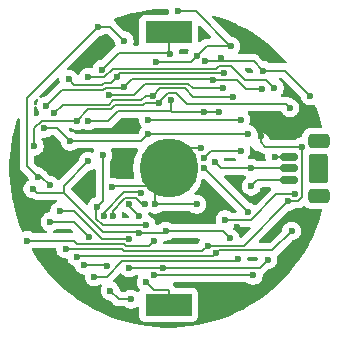
<source format=gbr>
%TF.GenerationSoftware,KiCad,Pcbnew,9.0.0*%
%TF.CreationDate,2025-05-02T12:59:00-05:00*%
%TF.ProjectId,ioWatch,696f5761-7463-4682-9e6b-696361645f70,rev?*%
%TF.SameCoordinates,Original*%
%TF.FileFunction,Copper,L2,Bot*%
%TF.FilePolarity,Positive*%
%FSLAX46Y46*%
G04 Gerber Fmt 4.6, Leading zero omitted, Abs format (unit mm)*
G04 Created by KiCad (PCBNEW 9.0.0) date 2025-05-02 12:59:00*
%MOMM*%
%LPD*%
G01*
G04 APERTURE LIST*
G04 Aperture macros list*
%AMRoundRect*
0 Rectangle with rounded corners*
0 $1 Rounding radius*
0 $2 $3 $4 $5 $6 $7 $8 $9 X,Y pos of 4 corners*
0 Add a 4 corners polygon primitive as box body*
4,1,4,$2,$3,$4,$5,$6,$7,$8,$9,$2,$3,0*
0 Add four circle primitives for the rounded corners*
1,1,$1+$1,$2,$3*
1,1,$1+$1,$4,$5*
1,1,$1+$1,$6,$7*
1,1,$1+$1,$8,$9*
0 Add four rect primitives between the rounded corners*
20,1,$1+$1,$2,$3,$4,$5,0*
20,1,$1+$1,$4,$5,$6,$7,0*
20,1,$1+$1,$6,$7,$8,$9,0*
20,1,$1+$1,$8,$9,$2,$3,0*%
G04 Aperture macros list end*
%TA.AperFunction,SMDPad,CuDef*%
%ADD10R,4.000000X1.895000*%
%TD*%
%TA.AperFunction,SMDPad,CuDef*%
%ADD11C,5.000000*%
%TD*%
%TA.AperFunction,SMDPad,CuDef*%
%ADD12RoundRect,0.150000X0.625000X-0.150000X0.625000X0.150000X-0.625000X0.150000X-0.625000X-0.150000X0*%
%TD*%
%TA.AperFunction,SMDPad,CuDef*%
%ADD13RoundRect,0.250000X0.650000X-0.350000X0.650000X0.350000X-0.650000X0.350000X-0.650000X-0.350000X0*%
%TD*%
%TA.AperFunction,ViaPad*%
%ADD14C,0.600000*%
%TD*%
%TA.AperFunction,Conductor*%
%ADD15C,0.200000*%
%TD*%
G04 APERTURE END LIST*
D10*
%TO.P,BT1,1,+*%
%TO.N,+3.3V*%
X100000000Y-88447500D03*
X100000000Y-111552500D03*
D11*
%TO.P,BT1,2,-*%
%TO.N,GND*%
X100000000Y-100000000D03*
%TD*%
D12*
%TO.P,J1,1,Pin_1*%
%TO.N,/SWCLK*%
X110175000Y-101000000D03*
%TO.P,J1,2,Pin_2*%
%TO.N,GND*%
X110175000Y-100000000D03*
%TO.P,J1,3,Pin_3*%
%TO.N,/SWDIO*%
X110175000Y-99000000D03*
D13*
%TO.P,J1,MP*%
%TO.N,N/C*%
X112700000Y-102300000D03*
X112700000Y-97700000D03*
%TD*%
D14*
%TO.N,GND*%
X102750000Y-98250000D03*
X103892300Y-99454100D03*
X103000000Y-95250000D03*
X107000000Y-100000000D03*
X98870300Y-103029900D03*
X95212500Y-101603000D03*
X102380200Y-103029900D03*
X93207000Y-95980100D03*
X100225000Y-94250000D03*
X104240400Y-95250000D03*
%TO.N,+3.3V*%
X94419200Y-98883800D03*
X93946700Y-103250000D03*
X94350100Y-91628200D03*
X98102700Y-104802200D03*
X100102200Y-90309500D03*
X98102700Y-109624000D03*
%TO.N,Net-(U2-PB7)*%
X106097500Y-95867700D03*
X98286500Y-95867700D03*
X106097500Y-98528000D03*
X103001700Y-99152300D03*
%TO.N,/N2*%
X106705700Y-97110500D03*
X92229900Y-107504200D03*
X110410900Y-105299300D03*
X111971100Y-93869500D03*
X98276300Y-97110500D03*
X108005900Y-91719000D03*
X103981800Y-107200200D03*
X103111100Y-90901600D03*
X89476500Y-96610400D03*
X104471000Y-90658300D03*
X91657500Y-97708200D03*
%TO.N,/N1*%
X105249400Y-89639700D03*
X92272800Y-95952500D03*
X102389500Y-90454700D03*
X110278900Y-94877800D03*
X98920500Y-90951100D03*
X104779000Y-104352000D03*
X100792800Y-86702200D03*
X88627200Y-98116900D03*
X105847200Y-107700300D03*
X110704800Y-102193100D03*
X93702800Y-109166100D03*
X99155800Y-94475300D03*
%TO.N,/SWDIO*%
X109000000Y-99000000D03*
%TO.N,Net-(U2-PB6)*%
X105750000Y-105000000D03*
X103035800Y-99997000D03*
X106750000Y-103711200D03*
%TO.N,/N3*%
X110136400Y-102794800D03*
X107919100Y-93289700D03*
X111264400Y-98166500D03*
X91290500Y-106827100D03*
X103319100Y-106530100D03*
X107792600Y-97250000D03*
X89642100Y-94694100D03*
X103764100Y-92557100D03*
X96189200Y-93110100D03*
%TO.N,/N4*%
X91555900Y-92457200D03*
X90791400Y-103624700D03*
X95629100Y-92228200D03*
X104699300Y-91955300D03*
X96653100Y-108427100D03*
X96653100Y-105982900D03*
X99483300Y-108427100D03*
X108380900Y-107746700D03*
%TO.N,/SWCLK*%
X107000000Y-101500000D03*
%TO.N,/N5*%
X98758500Y-109059000D03*
X107158900Y-109059000D03*
X93191200Y-92298700D03*
X88029100Y-106106900D03*
X108948500Y-93206900D03*
X98758500Y-106130000D03*
%TO.N,/N6*%
X96809300Y-111070800D03*
X105211000Y-105929100D03*
X97500600Y-105429700D03*
X99741500Y-105325600D03*
X88508400Y-101730300D03*
X93175300Y-99394200D03*
X95046200Y-110352800D03*
%TO.N,/INT1*%
X97672500Y-102110000D03*
X94500000Y-104000000D03*
%TO.N,/INT2*%
X98000000Y-103000000D03*
X95250000Y-104000000D03*
%TO.N,/NSS*%
X97500000Y-104000000D03*
X96650000Y-103048000D03*
%TO.N,/N7*%
X96235900Y-89200400D03*
X93264900Y-105823700D03*
X88930000Y-100717000D03*
X89956100Y-104528200D03*
X94029200Y-88020200D03*
X89956100Y-101440800D03*
%TO.N,/N8*%
X105467600Y-93944900D03*
X90334600Y-95318200D03*
X94785000Y-108249500D03*
X98660900Y-93834600D03*
X92841100Y-108181600D03*
%TO.N,/N9*%
X104634400Y-93231400D03*
X94922400Y-93756000D03*
%TD*%
D15*
%TO.N,GND*%
X100322100Y-95250000D02*
X100225000Y-95152900D01*
X103892300Y-99454100D02*
X104438200Y-100000000D01*
X93207000Y-95980100D02*
X94885700Y-95980100D01*
X95312700Y-101502800D02*
X95212500Y-101603000D01*
X98870300Y-101502800D02*
X95312700Y-101502800D01*
X98870300Y-103029900D02*
X102380200Y-103029900D01*
X104438200Y-100000000D02*
X107000000Y-100000000D01*
X94885700Y-95980100D02*
X95712900Y-95152900D01*
X104240400Y-95250000D02*
X103000000Y-95250000D01*
X100225000Y-95152900D02*
X100225000Y-94250000D01*
X103000000Y-95250000D02*
X100322100Y-95250000D01*
X98870300Y-101502800D02*
X98870300Y-101129700D01*
X101750000Y-98250000D02*
X102750000Y-98250000D01*
X95712900Y-95152900D02*
X100225000Y-95152900D01*
X98870300Y-103029900D02*
X98870300Y-101502800D01*
X110175000Y-100000000D02*
X107000000Y-100000000D01*
X98870300Y-101129700D02*
X100000000Y-100000000D01*
X100000000Y-100000000D02*
X101750000Y-98250000D01*
%TO.N,+3.3V*%
X95771000Y-90207300D02*
X94350100Y-91628200D01*
X100000000Y-90207300D02*
X100102200Y-90309500D01*
X100000000Y-90207300D02*
X95771000Y-90207300D01*
X93884900Y-104243400D02*
X94443700Y-104802200D01*
X94419200Y-102777500D02*
X94419200Y-98883800D01*
X98782000Y-110303300D02*
X98102700Y-109624000D01*
X100000000Y-111552500D02*
X100000000Y-110303300D01*
X93884900Y-103311800D02*
X93884900Y-104243400D01*
X93946700Y-103250000D02*
X94419200Y-102777500D01*
X94443700Y-104802200D02*
X98102700Y-104802200D01*
X93946700Y-103250000D02*
X93884900Y-103311800D01*
X100000000Y-88447500D02*
X100000000Y-90207300D01*
X100000000Y-110303300D02*
X98782000Y-110303300D01*
%TO.N,Net-(U2-PB7)*%
X98286500Y-95867700D02*
X106097500Y-95867700D01*
X103001700Y-99152300D02*
X103626000Y-98528000D01*
X103626000Y-98528000D02*
X106097500Y-98528000D01*
%TO.N,/N2*%
X107188500Y-90901600D02*
X104471000Y-90901600D01*
X108777700Y-106932500D02*
X110410900Y-105299300D01*
X92346100Y-107388000D02*
X92229900Y-107504200D01*
X103794000Y-107388000D02*
X92346100Y-107388000D01*
X109820600Y-91719000D02*
X111971100Y-93869500D01*
X98276300Y-97110500D02*
X106705700Y-97110500D01*
X104471000Y-90901600D02*
X104471000Y-90658300D01*
X89476500Y-96610400D02*
X90559700Y-96610400D01*
X104249500Y-106932500D02*
X108777700Y-106932500D01*
X104471000Y-90901600D02*
X103111100Y-90901600D01*
X97678600Y-97708200D02*
X91657500Y-97708200D01*
X90559700Y-96610400D02*
X91657500Y-97708200D01*
X98276300Y-97110500D02*
X97678600Y-97708200D01*
X108005900Y-91719000D02*
X107188500Y-90901600D01*
X108005900Y-91719000D02*
X109820600Y-91719000D01*
X103981800Y-107200200D02*
X103794000Y-107388000D01*
X103981800Y-107200200D02*
X104249500Y-106932500D01*
%TO.N,/N1*%
X103238900Y-89605300D02*
X102389500Y-90454700D01*
X100792800Y-86702200D02*
X102311900Y-86702200D01*
X102389500Y-90454700D02*
X101893100Y-90951100D01*
X101893100Y-90951100D02*
X98920500Y-90951100D01*
X95086100Y-95011500D02*
X95487800Y-94609800D01*
X93213800Y-95011500D02*
X95086100Y-95011500D01*
X88627200Y-96608900D02*
X89283600Y-95952500D01*
X105215000Y-89605300D02*
X103238900Y-89605300D01*
X97996500Y-94475300D02*
X97862000Y-94609800D01*
X92272800Y-95952500D02*
X93213800Y-95011500D01*
X99136600Y-94447200D02*
X99136600Y-94456100D01*
X109125200Y-102193100D02*
X110704800Y-102193100D01*
X99136600Y-94456100D02*
X99155800Y-94475300D01*
X100627400Y-93647500D02*
X101526500Y-94546600D01*
X101526500Y-94546600D02*
X109947700Y-94546600D01*
X105215000Y-89605300D02*
X105249400Y-89639700D01*
X106966300Y-104352000D02*
X109125200Y-102193100D01*
X99155800Y-94475300D02*
X97996500Y-94475300D01*
X102311900Y-86702200D02*
X105215000Y-89605300D01*
X105847200Y-107700300D02*
X105722200Y-107825300D01*
X88627200Y-98116900D02*
X88627200Y-96608900D01*
X99936300Y-93647500D02*
X100627400Y-93647500D01*
X89283600Y-95952500D02*
X92272800Y-95952500D01*
X105722200Y-107825300D02*
X96083000Y-107825300D01*
X109947700Y-94546600D02*
X110278900Y-94877800D01*
X94742200Y-109166100D02*
X93702800Y-109166100D01*
X99136600Y-94447200D02*
X99936300Y-93647500D01*
X104779000Y-104352000D02*
X106966300Y-104352000D01*
X96083000Y-107825300D02*
X94742200Y-109166100D01*
X95487800Y-94609800D02*
X97862000Y-94609800D01*
%TO.N,/SWDIO*%
X110175000Y-99000000D02*
X109000000Y-99000000D01*
%TO.N,Net-(U2-PB6)*%
X103035800Y-99997000D02*
X106750000Y-103711200D01*
%TO.N,/N3*%
X94483300Y-93344300D02*
X90991900Y-93344300D01*
X105832800Y-92557100D02*
X103764100Y-92557100D01*
X90991900Y-93344300D02*
X89642100Y-94694100D01*
X94673300Y-93154300D02*
X94483300Y-93344300D01*
X107792600Y-97789500D02*
X108169600Y-98166500D01*
X102862900Y-106986300D02*
X96237700Y-106986300D01*
X103764100Y-92557100D02*
X103635000Y-92428000D01*
X96871300Y-92428000D02*
X96189200Y-93110100D01*
X111306500Y-102443900D02*
X111306500Y-98208600D01*
X96189200Y-93110100D02*
X96145000Y-93154300D01*
X103319100Y-106530100D02*
X103319800Y-106530800D01*
X96237700Y-106986300D02*
X96078500Y-106827100D01*
X96078500Y-106827100D02*
X91290500Y-106827100D01*
X110955600Y-102794800D02*
X111306500Y-102443900D01*
X107919100Y-93289700D02*
X106565400Y-93289700D01*
X106565400Y-93289700D02*
X105832800Y-92557100D01*
X96145000Y-93154300D02*
X94673300Y-93154300D01*
X106400400Y-106530800D02*
X110136400Y-102794800D01*
X103319100Y-106530100D02*
X102862900Y-106986300D01*
X108169600Y-98166500D02*
X111264400Y-98166500D01*
X111306500Y-98208600D02*
X111264400Y-98166500D01*
X110136400Y-102794800D02*
X110955600Y-102794800D01*
X103635000Y-92428000D02*
X96871300Y-92428000D01*
X107792600Y-97250000D02*
X107792600Y-97789500D01*
X103319800Y-106530800D02*
X106400400Y-106530800D01*
%TO.N,/N4*%
X92023300Y-103624700D02*
X90791400Y-103624700D01*
X96653100Y-105982900D02*
X94381500Y-105982900D01*
X92008800Y-92910100D02*
X91555900Y-92457200D01*
X96653100Y-108427100D02*
X99483300Y-108427100D01*
X94381500Y-105982900D02*
X92023300Y-103624700D01*
X94507000Y-92752600D02*
X94349500Y-92910100D01*
X107700500Y-108427100D02*
X108380900Y-107746700D01*
X95902000Y-91955300D02*
X95629100Y-92228200D01*
X94349500Y-92910100D02*
X92008800Y-92910100D01*
X99483300Y-108427100D02*
X107700500Y-108427100D01*
X104699300Y-91955300D02*
X95902000Y-91955300D01*
X95104700Y-92752600D02*
X94507000Y-92752600D01*
X95629100Y-92228200D02*
X95104700Y-92752600D01*
%TO.N,/SWCLK*%
X110175000Y-101000000D02*
X107500000Y-101000000D01*
X107500000Y-101000000D02*
X107000000Y-101500000D01*
%TO.N,/N5*%
X88029100Y-106106900D02*
X91957600Y-106106900D01*
X91957600Y-106106900D02*
X92276100Y-106425400D01*
X107158900Y-109059000D02*
X98758500Y-109059000D01*
X105256400Y-91329000D02*
X106426500Y-92499100D01*
X95275900Y-91553600D02*
X104049400Y-91553600D01*
X104274000Y-91329000D02*
X105256400Y-91329000D01*
X96244800Y-106425400D02*
X96404000Y-106584600D01*
X98303900Y-106584600D02*
X98758500Y-106130000D01*
X96404000Y-106584600D02*
X98303900Y-106584600D01*
X94530800Y-92298700D02*
X95275900Y-91553600D01*
X93191200Y-92298700D02*
X94530800Y-92298700D01*
X92276100Y-106425400D02*
X96244800Y-106425400D01*
X108240700Y-92499100D02*
X108948500Y-93206900D01*
X106426500Y-92499100D02*
X108240700Y-92499100D01*
X104049400Y-91553600D02*
X104274000Y-91329000D01*
%TO.N,/N6*%
X95046200Y-110352800D02*
X95764200Y-111070800D01*
X91115600Y-101453900D02*
X93175300Y-99394200D01*
X88820600Y-102042500D02*
X91115600Y-102042500D01*
X99741500Y-105325600D02*
X99637400Y-105429700D01*
X91115600Y-102042500D02*
X91115600Y-101453900D01*
X95764200Y-111070800D02*
X96809300Y-111070800D01*
X104607500Y-105325600D02*
X99741500Y-105325600D01*
X88508400Y-101730300D02*
X88820600Y-102042500D01*
X97452100Y-105381200D02*
X94454300Y-105381200D01*
X94454300Y-105381200D02*
X91115600Y-102042500D01*
X97500600Y-105429700D02*
X97452100Y-105381200D01*
X105211000Y-105929100D02*
X104607500Y-105325600D01*
X99637400Y-105429700D02*
X97500600Y-105429700D01*
%TO.N,/INT1*%
X94500000Y-103750000D02*
X94500000Y-104000000D01*
X97672500Y-102110000D02*
X97562500Y-102000000D01*
X97562500Y-102000000D02*
X96250000Y-102000000D01*
X96250000Y-102000000D02*
X94500000Y-103750000D01*
%TO.N,/INT2*%
X96158600Y-102659000D02*
X96345400Y-102472000D01*
X96345400Y-102472000D02*
X97219700Y-102472000D01*
X97219700Y-102472000D02*
X97747900Y-103000000D01*
X95250000Y-104000000D02*
X95250000Y-103567000D01*
X95250000Y-103567000D02*
X96158600Y-102659000D01*
X97747900Y-103000000D02*
X98000000Y-103000000D01*
%TO.N,/NSS*%
X96650000Y-103048000D02*
X96650000Y-103150000D01*
X96650000Y-103150000D02*
X97500000Y-104000000D01*
%TO.N,/N7*%
X88004100Y-94045300D02*
X94029200Y-88020200D01*
X89956100Y-101440800D02*
X89232300Y-100717000D01*
X91969400Y-104528200D02*
X89956100Y-104528200D01*
X89232300Y-100717000D02*
X88930000Y-100717000D01*
X88930000Y-100717000D02*
X88004100Y-99791100D01*
X95055700Y-88020200D02*
X96235900Y-89200400D01*
X93264900Y-105823700D02*
X91969400Y-104528200D01*
X88004100Y-99791100D02*
X88004100Y-94045300D01*
X94029200Y-88020200D02*
X95055700Y-88020200D01*
%TO.N,/N8*%
X101380600Y-93231400D02*
X99264100Y-93231400D01*
X94785000Y-108249500D02*
X94717100Y-108181600D01*
X94921300Y-94608300D02*
X91044500Y-94608300D01*
X99264100Y-93231400D02*
X98660900Y-93834600D01*
X97695700Y-94208100D02*
X95321500Y-94208100D01*
X91044500Y-94608300D02*
X90334600Y-95318200D01*
X105467600Y-93944900D02*
X102094100Y-93944900D01*
X98660900Y-93834600D02*
X98069200Y-93834600D01*
X94717100Y-108181600D02*
X92841100Y-108181600D01*
X102094100Y-93944900D02*
X101380600Y-93231400D01*
X95321500Y-94208100D02*
X94921300Y-94608300D01*
X98069200Y-93834600D02*
X97695700Y-94208100D01*
%TO.N,/N9*%
X97045800Y-93756000D02*
X94922400Y-93756000D01*
X104634400Y-93231400D02*
X102048500Y-93231400D01*
X97972100Y-92829700D02*
X97045800Y-93756000D01*
X101646800Y-92829700D02*
X97972100Y-92829700D01*
X102048500Y-93231400D02*
X101646800Y-92829700D01*
%TD*%
%TA.AperFunction,NonConductor*%
G36*
X102705702Y-87945683D02*
G01*
X102712180Y-87951715D01*
X103553584Y-88793119D01*
X103587069Y-88854442D01*
X103582085Y-88924134D01*
X103540213Y-88980067D01*
X103474749Y-89004484D01*
X103465903Y-89004800D01*
X103325569Y-89004800D01*
X103325553Y-89004799D01*
X103317957Y-89004799D01*
X103159843Y-89004799D01*
X103079910Y-89026217D01*
X103007116Y-89045722D01*
X102976782Y-89063236D01*
X102976781Y-89063235D01*
X102870187Y-89124777D01*
X102870182Y-89124781D01*
X102758378Y-89236586D01*
X102758377Y-89236587D01*
X102712179Y-89282784D01*
X102650856Y-89316268D01*
X102581164Y-89311283D01*
X102525231Y-89269411D01*
X102500815Y-89203947D01*
X102500499Y-89195125D01*
X102500499Y-88039395D01*
X102520184Y-87972357D01*
X102572988Y-87926602D01*
X102642146Y-87916658D01*
X102705702Y-87945683D01*
G37*
%TD.AperFunction*%
%TA.AperFunction,NonConductor*%
G36*
X99872992Y-86506503D02*
G01*
X99877776Y-86505489D01*
X99906189Y-86516251D01*
X99935339Y-86524811D01*
X99938540Y-86528505D01*
X99943116Y-86530239D01*
X99961205Y-86554662D01*
X99981094Y-86577615D01*
X99982295Y-86583136D01*
X99984701Y-86586385D01*
X99992028Y-86620911D01*
X99992300Y-86625007D01*
X99992300Y-86781042D01*
X100007851Y-86859226D01*
X100008387Y-86867285D01*
X100002471Y-86893823D01*
X100000049Y-86920901D01*
X99994983Y-86927421D01*
X99993187Y-86935481D01*
X99973863Y-86954608D01*
X99957185Y-86976078D01*
X99949398Y-86978824D01*
X99943530Y-86984634D01*
X99906237Y-86994051D01*
X99891296Y-86999322D01*
X99888231Y-86998597D01*
X99884659Y-86999500D01*
X97952129Y-86999500D01*
X97952123Y-86999501D01*
X97892516Y-87005908D01*
X97757671Y-87056202D01*
X97757664Y-87056206D01*
X97642455Y-87142452D01*
X97642452Y-87142455D01*
X97556206Y-87257664D01*
X97556202Y-87257671D01*
X97505908Y-87392517D01*
X97499501Y-87452116D01*
X97499500Y-87452135D01*
X97499500Y-89442870D01*
X97499501Y-89442878D01*
X97502368Y-89469548D01*
X97489961Y-89538307D01*
X97442349Y-89589443D01*
X97379078Y-89606800D01*
X97119597Y-89606800D01*
X97052558Y-89587115D01*
X97006803Y-89534311D01*
X96996859Y-89465153D01*
X97005037Y-89435345D01*
X97005637Y-89433897D01*
X97036400Y-89279242D01*
X97036400Y-89121558D01*
X97036400Y-89121555D01*
X97036399Y-89121553D01*
X97021315Y-89045722D01*
X97005637Y-88966903D01*
X96998641Y-88950012D01*
X96945297Y-88821227D01*
X96945290Y-88821214D01*
X96857689Y-88690111D01*
X96857686Y-88690107D01*
X96746192Y-88578613D01*
X96746188Y-88578610D01*
X96615085Y-88491009D01*
X96615072Y-88491002D01*
X96469401Y-88430664D01*
X96469391Y-88430661D01*
X96314049Y-88399761D01*
X96252138Y-88367376D01*
X96250560Y-88365825D01*
X95543290Y-87658555D01*
X95543288Y-87658552D01*
X95424417Y-87539681D01*
X95424412Y-87539677D01*
X95401699Y-87526564D01*
X95353483Y-87475997D01*
X95340260Y-87407390D01*
X95366228Y-87342525D01*
X95419260Y-87303414D01*
X95490757Y-87275968D01*
X95492760Y-87275259D01*
X95492869Y-87275180D01*
X95493010Y-87275171D01*
X95496841Y-87273814D01*
X96162861Y-87057411D01*
X96169043Y-87055580D01*
X96845499Y-86874323D01*
X96851769Y-86872819D01*
X97536738Y-86727224D01*
X97543119Y-86726042D01*
X98234779Y-86616494D01*
X98241141Y-86615655D01*
X98937646Y-86542449D01*
X98944065Y-86541945D01*
X99620349Y-86506503D01*
X99643381Y-86505296D01*
X99649870Y-86505126D01*
X99868300Y-86505126D01*
X99872992Y-86506503D01*
G37*
%TD.AperFunction*%
%TA.AperFunction,NonConductor*%
G36*
X101598876Y-89904140D02*
G01*
X101628849Y-89910653D01*
X101632090Y-89913893D01*
X101636487Y-89915184D01*
X101656567Y-89938357D01*
X101678266Y-89960046D01*
X101679241Y-89964525D01*
X101682242Y-89967988D01*
X101686606Y-89998344D01*
X101693134Y-90028315D01*
X101691799Y-90034457D01*
X101692186Y-90037146D01*
X101689308Y-90045922D01*
X101685640Y-90062805D01*
X101681903Y-90072831D01*
X101680106Y-90075521D01*
X101619763Y-90221203D01*
X101611933Y-90260565D01*
X101608452Y-90269906D01*
X101566594Y-90325849D01*
X101501136Y-90350282D01*
X101492260Y-90350600D01*
X101026700Y-90350600D01*
X100959661Y-90330915D01*
X100913906Y-90278111D01*
X100904867Y-90236563D01*
X100903297Y-90236718D01*
X100902700Y-90230663D01*
X100902700Y-90230658D01*
X100871937Y-90076003D01*
X100868186Y-90066949D01*
X100860720Y-89997481D01*
X100891995Y-89935002D01*
X100952085Y-89899350D01*
X100982749Y-89895499D01*
X101569448Y-89895499D01*
X101598876Y-89904140D01*
G37*
%TD.AperFunction*%
%TA.AperFunction,NonConductor*%
G36*
X103853160Y-87062617D02*
G01*
X104503145Y-87273810D01*
X104509242Y-87275968D01*
X105162065Y-87526564D01*
X105163003Y-87526924D01*
X105168996Y-87529406D01*
X105808734Y-87814236D01*
X105814560Y-87817015D01*
X106251008Y-88039396D01*
X106438518Y-88134937D01*
X106444223Y-88138035D01*
X107050677Y-88488172D01*
X107056176Y-88491542D01*
X107643495Y-88872952D01*
X107648812Y-88876606D01*
X108215341Y-89288213D01*
X108220486Y-89292160D01*
X108361311Y-89406198D01*
X108764703Y-89732859D01*
X108769639Y-89737075D01*
X109290033Y-90205639D01*
X109294742Y-90210108D01*
X109789891Y-90705257D01*
X109790859Y-90707030D01*
X109794360Y-90709966D01*
X109975846Y-90911527D01*
X110006076Y-90974518D01*
X109997451Y-91043854D01*
X109952709Y-91097519D01*
X109886057Y-91118477D01*
X109883696Y-91118499D01*
X109733947Y-91118499D01*
X109733931Y-91118500D01*
X108585666Y-91118500D01*
X108518627Y-91098815D01*
X108516775Y-91097602D01*
X108385085Y-91009609D01*
X108385072Y-91009602D01*
X108239401Y-90949264D01*
X108239391Y-90949261D01*
X108084049Y-90918361D01*
X108022138Y-90885976D01*
X108020560Y-90884425D01*
X107676090Y-90539955D01*
X107676088Y-90539952D01*
X107557217Y-90421081D01*
X107557216Y-90421080D01*
X107470404Y-90370960D01*
X107470404Y-90370959D01*
X107470400Y-90370958D01*
X107420285Y-90342023D01*
X107267557Y-90301099D01*
X107109443Y-90301099D01*
X107101847Y-90301099D01*
X107101831Y-90301100D01*
X106002208Y-90301100D01*
X105935169Y-90281415D01*
X105889414Y-90228611D01*
X105879470Y-90159453D01*
X105899106Y-90108209D01*
X105958790Y-90018885D01*
X105958790Y-90018884D01*
X105958794Y-90018879D01*
X106019137Y-89873197D01*
X106049900Y-89718542D01*
X106049900Y-89560858D01*
X106049900Y-89560855D01*
X106049899Y-89560853D01*
X106026431Y-89442872D01*
X106019137Y-89406203D01*
X105981885Y-89316268D01*
X105958797Y-89260527D01*
X105958790Y-89260514D01*
X105871189Y-89129411D01*
X105871186Y-89129407D01*
X105759692Y-89017913D01*
X105759688Y-89017910D01*
X105628585Y-88930309D01*
X105628572Y-88930302D01*
X105482901Y-88869964D01*
X105482891Y-88869961D01*
X105327549Y-88839061D01*
X105265638Y-88806676D01*
X105264060Y-88805125D01*
X103727165Y-87268230D01*
X103693680Y-87206907D01*
X103698664Y-87137215D01*
X103740536Y-87081282D01*
X103806000Y-87056865D01*
X103853160Y-87062617D01*
G37*
%TD.AperFunction*%
%TA.AperFunction,NonConductor*%
G36*
X106955442Y-91521785D02*
G01*
X106976084Y-91538419D01*
X107124584Y-91686919D01*
X107158069Y-91748242D01*
X107153085Y-91817934D01*
X107111213Y-91873867D01*
X107045749Y-91898284D01*
X107036903Y-91898600D01*
X106726597Y-91898600D01*
X106659558Y-91878915D01*
X106638916Y-91862281D01*
X106490416Y-91713781D01*
X106456931Y-91652458D01*
X106461915Y-91582766D01*
X106503787Y-91526833D01*
X106569251Y-91502416D01*
X106578097Y-91502100D01*
X106888403Y-91502100D01*
X106955442Y-91521785D01*
G37*
%TD.AperFunction*%
%TA.AperFunction,NonConductor*%
G36*
X94822642Y-88640385D02*
G01*
X94843284Y-88657019D01*
X95401325Y-89215060D01*
X95434810Y-89276383D01*
X95435261Y-89278549D01*
X95466161Y-89433891D01*
X95466164Y-89433901D01*
X95510122Y-89540026D01*
X95517591Y-89609495D01*
X95486315Y-89671974D01*
X95457562Y-89694865D01*
X95402284Y-89726779D01*
X95402282Y-89726781D01*
X94335439Y-90793625D01*
X94274116Y-90827110D01*
X94271950Y-90827561D01*
X94116608Y-90858461D01*
X94116598Y-90858464D01*
X93970927Y-90918802D01*
X93970914Y-90918809D01*
X93839811Y-91006410D01*
X93839807Y-91006413D01*
X93728313Y-91117907D01*
X93728310Y-91117911D01*
X93640709Y-91249014D01*
X93640702Y-91249027D01*
X93580364Y-91394698D01*
X93580361Y-91394707D01*
X93572939Y-91432022D01*
X93540553Y-91493933D01*
X93479837Y-91528506D01*
X93427131Y-91529446D01*
X93270046Y-91498200D01*
X93270042Y-91498200D01*
X93112358Y-91498200D01*
X93112355Y-91498200D01*
X92957710Y-91528961D01*
X92957698Y-91528964D01*
X92812027Y-91589302D01*
X92812014Y-91589309D01*
X92680911Y-91676910D01*
X92680907Y-91676913D01*
X92569413Y-91788407D01*
X92569410Y-91788411D01*
X92481809Y-91919514D01*
X92481804Y-91919524D01*
X92447199Y-92003068D01*
X92403358Y-92057472D01*
X92337063Y-92079536D01*
X92269364Y-92062256D01*
X92229536Y-92024506D01*
X92177689Y-91946911D01*
X92177687Y-91946908D01*
X92066192Y-91835413D01*
X92066188Y-91835410D01*
X91935085Y-91747809D01*
X91935072Y-91747802D01*
X91789401Y-91687464D01*
X91789389Y-91687461D01*
X91634745Y-91656700D01*
X91634742Y-91656700D01*
X91541296Y-91656700D01*
X91474257Y-91637015D01*
X91428502Y-91584211D01*
X91418558Y-91515053D01*
X91447583Y-91451497D01*
X91453615Y-91445019D01*
X92572785Y-90325849D01*
X94043862Y-88854772D01*
X94105183Y-88821289D01*
X94107350Y-88820838D01*
X94186342Y-88805125D01*
X94262697Y-88789937D01*
X94408379Y-88729594D01*
X94408385Y-88729590D01*
X94540075Y-88641598D01*
X94558121Y-88635947D01*
X94574031Y-88625723D01*
X94604992Y-88621271D01*
X94606753Y-88620720D01*
X94608966Y-88620700D01*
X94755603Y-88620700D01*
X94822642Y-88640385D01*
G37*
%TD.AperFunction*%
%TA.AperFunction,NonConductor*%
G36*
X90661298Y-92325453D02*
G01*
X90674734Y-92326414D01*
X90692460Y-92339684D01*
X90712603Y-92348883D01*
X90719885Y-92360214D01*
X90730667Y-92368286D01*
X90738404Y-92389031D01*
X90750377Y-92407661D01*
X90753528Y-92429579D01*
X90755084Y-92433750D01*
X90755400Y-92442596D01*
X90755400Y-92536046D01*
X90782920Y-92674398D01*
X90776693Y-92743989D01*
X90733830Y-92799167D01*
X90723303Y-92805976D01*
X90623187Y-92863777D01*
X90623182Y-92863781D01*
X89627439Y-93859525D01*
X89566116Y-93893010D01*
X89563950Y-93893461D01*
X89408608Y-93924361D01*
X89408598Y-93924364D01*
X89262927Y-93984702D01*
X89262906Y-93984713D01*
X89257977Y-93988007D01*
X89191298Y-94008878D01*
X89123920Y-93990387D01*
X89077235Y-93938403D01*
X89066065Y-93869432D01*
X89093958Y-93805371D01*
X89101396Y-93797237D01*
X90543719Y-92354914D01*
X90563155Y-92344302D01*
X90579889Y-92329802D01*
X90593220Y-92327885D01*
X90605042Y-92321430D01*
X90627128Y-92323009D01*
X90649047Y-92319858D01*
X90661298Y-92325453D01*
G37*
%TD.AperFunction*%
%TA.AperFunction,NonConductor*%
G36*
X88876232Y-94124916D02*
G01*
X88932165Y-94166788D01*
X88956582Y-94232252D01*
X88941730Y-94300525D01*
X88936004Y-94309983D01*
X88932711Y-94314911D01*
X88932702Y-94314927D01*
X88872364Y-94460598D01*
X88872361Y-94460608D01*
X88850217Y-94571935D01*
X88817832Y-94633846D01*
X88757116Y-94668420D01*
X88687347Y-94664680D01*
X88630675Y-94623813D01*
X88605093Y-94558795D01*
X88604600Y-94547743D01*
X88604600Y-94345396D01*
X88624285Y-94278357D01*
X88640914Y-94257720D01*
X88745219Y-94153415D01*
X88806540Y-94119932D01*
X88876232Y-94124916D01*
G37*
%TD.AperFunction*%
%TA.AperFunction,NonConductor*%
G36*
X88809803Y-94746743D02*
G01*
X88847577Y-94805521D01*
X88850217Y-94816265D01*
X88872361Y-94927589D01*
X88872364Y-94927601D01*
X88932702Y-95073272D01*
X88932709Y-95073285D01*
X89020310Y-95204388D01*
X89020313Y-95204392D01*
X89037099Y-95221178D01*
X89070584Y-95282501D01*
X89065600Y-95352193D01*
X89023728Y-95408126D01*
X89011418Y-95416246D01*
X88914887Y-95471977D01*
X88914882Y-95471981D01*
X88816281Y-95570583D01*
X88754958Y-95604068D01*
X88685266Y-95599084D01*
X88629333Y-95557212D01*
X88604916Y-95491748D01*
X88604600Y-95482902D01*
X88604600Y-94840456D01*
X88624285Y-94773417D01*
X88677089Y-94727662D01*
X88746247Y-94717718D01*
X88809803Y-94746743D01*
G37*
%TD.AperFunction*%
%TA.AperFunction,NonConductor*%
G36*
X97429039Y-95773085D02*
G01*
X97474794Y-95825889D01*
X97486000Y-95877400D01*
X97486000Y-95946546D01*
X97516761Y-96101189D01*
X97516764Y-96101201D01*
X97577102Y-96246872D01*
X97577109Y-96246885D01*
X97664710Y-96377988D01*
X97664713Y-96377992D01*
X97683040Y-96396319D01*
X97716525Y-96457642D01*
X97711541Y-96527334D01*
X97683040Y-96571681D01*
X97654513Y-96600207D01*
X97654510Y-96600211D01*
X97566909Y-96731314D01*
X97566902Y-96731327D01*
X97506564Y-96876998D01*
X97506561Y-96877010D01*
X97480527Y-97007891D01*
X97448142Y-97069802D01*
X97387426Y-97104376D01*
X97358910Y-97107700D01*
X92237266Y-97107700D01*
X92170227Y-97088015D01*
X92168375Y-97086802D01*
X92036685Y-96998809D01*
X92036672Y-96998802D01*
X91891001Y-96938464D01*
X91890989Y-96938461D01*
X91735651Y-96907562D01*
X91706418Y-96892270D01*
X91676679Y-96877923D01*
X91673853Y-96875236D01*
X91673740Y-96875177D01*
X91673574Y-96874971D01*
X91672199Y-96873663D01*
X91563215Y-96764679D01*
X91529732Y-96703358D01*
X91534716Y-96633666D01*
X91576588Y-96577733D01*
X91642053Y-96553316D01*
X91650898Y-96553000D01*
X91693034Y-96553000D01*
X91702979Y-96555920D01*
X91713268Y-96554662D01*
X91735932Y-96565596D01*
X91760073Y-96572685D01*
X91761925Y-96573898D01*
X91893614Y-96661890D01*
X91893627Y-96661897D01*
X92039298Y-96722235D01*
X92039303Y-96722237D01*
X92178047Y-96749835D01*
X92193953Y-96752999D01*
X92193956Y-96753000D01*
X92193958Y-96753000D01*
X92351644Y-96753000D01*
X92351645Y-96752999D01*
X92506297Y-96722237D01*
X92651979Y-96661894D01*
X92651984Y-96661890D01*
X92657352Y-96659022D01*
X92658163Y-96660540D01*
X92716996Y-96642100D01*
X92784382Y-96660565D01*
X92788119Y-96662965D01*
X92827821Y-96689494D01*
X92827823Y-96689495D01*
X92827827Y-96689497D01*
X92973498Y-96749835D01*
X92973503Y-96749837D01*
X93128153Y-96780599D01*
X93128156Y-96780600D01*
X93128158Y-96780600D01*
X93285844Y-96780600D01*
X93285845Y-96780599D01*
X93440497Y-96749837D01*
X93586179Y-96689494D01*
X93622557Y-96665187D01*
X93717875Y-96601498D01*
X93784553Y-96580620D01*
X93786766Y-96580600D01*
X94799031Y-96580600D01*
X94799047Y-96580601D01*
X94806643Y-96580601D01*
X94964754Y-96580601D01*
X94964757Y-96580601D01*
X95117485Y-96539677D01*
X95168887Y-96510000D01*
X95168888Y-96510000D01*
X95254409Y-96460624D01*
X95254408Y-96460624D01*
X95254416Y-96460620D01*
X95366220Y-96348816D01*
X95366220Y-96348814D01*
X95376424Y-96338611D01*
X95376427Y-96338606D01*
X95925316Y-95789719D01*
X95986639Y-95756234D01*
X96012997Y-95753400D01*
X97362000Y-95753400D01*
X97429039Y-95773085D01*
G37*
%TD.AperFunction*%
%TA.AperFunction,NonConductor*%
G36*
X109587542Y-92339185D02*
G01*
X109633297Y-92391989D01*
X109639470Y-92434925D01*
X111135090Y-93882748D01*
X111169566Y-93943519D01*
X111170461Y-93947649D01*
X111201361Y-94102991D01*
X111201364Y-94103001D01*
X111261702Y-94248672D01*
X111261709Y-94248685D01*
X111349310Y-94379788D01*
X111349313Y-94379792D01*
X111460807Y-94491286D01*
X111460811Y-94491289D01*
X111591914Y-94578890D01*
X111591927Y-94578897D01*
X111723931Y-94633574D01*
X111737603Y-94639237D01*
X111865513Y-94664680D01*
X111892253Y-94669999D01*
X111892256Y-94670000D01*
X111892258Y-94670000D01*
X112049944Y-94670000D01*
X112049945Y-94669999D01*
X112204597Y-94639237D01*
X112245489Y-94622298D01*
X112252862Y-94621506D01*
X112259141Y-94617555D01*
X112287128Y-94617821D01*
X112314957Y-94614829D01*
X112321590Y-94618149D01*
X112329008Y-94618220D01*
X112352408Y-94633574D01*
X112377437Y-94646103D01*
X112382669Y-94653431D01*
X112387424Y-94656552D01*
X112406222Y-94686424D01*
X112470591Y-94830999D01*
X112473075Y-94836996D01*
X112724026Y-95490745D01*
X112726193Y-95496865D01*
X112942583Y-96162845D01*
X112944427Y-96169070D01*
X113017935Y-96443407D01*
X113016272Y-96513256D01*
X112977109Y-96571119D01*
X112912881Y-96598623D01*
X112898160Y-96599500D01*
X111999998Y-96599500D01*
X111999980Y-96599501D01*
X111897203Y-96610000D01*
X111897200Y-96610001D01*
X111730668Y-96665185D01*
X111730663Y-96665187D01*
X111581342Y-96757289D01*
X111457289Y-96881342D01*
X111365187Y-97030663D01*
X111365185Y-97030668D01*
X111310001Y-97197204D01*
X111310000Y-97197205D01*
X111304137Y-97254602D01*
X111277741Y-97319294D01*
X111220560Y-97359446D01*
X111191502Y-97364233D01*
X111191618Y-97365403D01*
X111185553Y-97366000D01*
X111030910Y-97396761D01*
X111030898Y-97396764D01*
X110885227Y-97457102D01*
X110885214Y-97457109D01*
X110753525Y-97545102D01*
X110686847Y-97565980D01*
X110684634Y-97566000D01*
X108649333Y-97566000D01*
X108582294Y-97546315D01*
X108536539Y-97493511D01*
X108534772Y-97489453D01*
X108501995Y-97410324D01*
X108501994Y-97410321D01*
X108501992Y-97410318D01*
X108501990Y-97410314D01*
X108414389Y-97279211D01*
X108414386Y-97279207D01*
X108302892Y-97167713D01*
X108302888Y-97167710D01*
X108171785Y-97080109D01*
X108171772Y-97080102D01*
X108026101Y-97019764D01*
X108026089Y-97019761D01*
X107871445Y-96989000D01*
X107871442Y-96989000D01*
X107713758Y-96989000D01*
X107713753Y-96989000D01*
X107627554Y-97006146D01*
X107557962Y-96999919D01*
X107502785Y-96957055D01*
X107481746Y-96908722D01*
X107475437Y-96877003D01*
X107435506Y-96780600D01*
X107415097Y-96731327D01*
X107415090Y-96731314D01*
X107327489Y-96600211D01*
X107327486Y-96600207D01*
X107215992Y-96488713D01*
X107215988Y-96488710D01*
X107084885Y-96401109D01*
X107084872Y-96401102D01*
X106939201Y-96340764D01*
X106939195Y-96340762D01*
X106929224Y-96338779D01*
X106867314Y-96306391D01*
X106832742Y-96245675D01*
X106836484Y-96175905D01*
X106838850Y-96169728D01*
X106867237Y-96101197D01*
X106898000Y-95946542D01*
X106898000Y-95788858D01*
X106898000Y-95788855D01*
X106897999Y-95788853D01*
X106896688Y-95782264D01*
X106867237Y-95634203D01*
X106854755Y-95604068D01*
X106806897Y-95488527D01*
X106806890Y-95488514D01*
X106719289Y-95357411D01*
X106715424Y-95352701D01*
X106716747Y-95351615D01*
X106687175Y-95297458D01*
X106692159Y-95227766D01*
X106734031Y-95171833D01*
X106799495Y-95147416D01*
X106808341Y-95147100D01*
X109441139Y-95147100D01*
X109508178Y-95166785D01*
X109553933Y-95219589D01*
X109555688Y-95223619D01*
X109557406Y-95227766D01*
X109569505Y-95256978D01*
X109569509Y-95256985D01*
X109657110Y-95388088D01*
X109657113Y-95388092D01*
X109768607Y-95499586D01*
X109768611Y-95499589D01*
X109899714Y-95587190D01*
X109899727Y-95587197D01*
X110045398Y-95647535D01*
X110045403Y-95647537D01*
X110200053Y-95678299D01*
X110200056Y-95678300D01*
X110200058Y-95678300D01*
X110357744Y-95678300D01*
X110357745Y-95678299D01*
X110512397Y-95647537D01*
X110658079Y-95587194D01*
X110789189Y-95499589D01*
X110900689Y-95388089D01*
X110988294Y-95256979D01*
X110992879Y-95245911D01*
X111029165Y-95158306D01*
X111048637Y-95111297D01*
X111079400Y-94956642D01*
X111079400Y-94798958D01*
X111079400Y-94798955D01*
X111079399Y-94798953D01*
X111048637Y-94644303D01*
X111021544Y-94578894D01*
X110988297Y-94498627D01*
X110988290Y-94498614D01*
X110900689Y-94367511D01*
X110900686Y-94367507D01*
X110789192Y-94256013D01*
X110789188Y-94256010D01*
X110658085Y-94168409D01*
X110658072Y-94168402D01*
X110512401Y-94108064D01*
X110512389Y-94108061D01*
X110351768Y-94076111D01*
X110351915Y-94075371D01*
X110347936Y-94074092D01*
X110340920Y-94074427D01*
X110308154Y-94061310D01*
X110215471Y-94007800D01*
X110215470Y-94007799D01*
X110179483Y-93987022D01*
X110123581Y-93972043D01*
X110026757Y-93946099D01*
X109868643Y-93946099D01*
X109861047Y-93946099D01*
X109861031Y-93946100D01*
X109640741Y-93946100D01*
X109573702Y-93926415D01*
X109527947Y-93873611D01*
X109518003Y-93804453D01*
X109547028Y-93740897D01*
X109553060Y-93734419D01*
X109570286Y-93717192D01*
X109570289Y-93717189D01*
X109657894Y-93586079D01*
X109718237Y-93440397D01*
X109749000Y-93285742D01*
X109749000Y-93128058D01*
X109749000Y-93128055D01*
X109748999Y-93128053D01*
X109718237Y-92973403D01*
X109718235Y-92973398D01*
X109657897Y-92827727D01*
X109657890Y-92827714D01*
X109570289Y-92696611D01*
X109570286Y-92696607D01*
X109458792Y-92585113D01*
X109458788Y-92585110D01*
X109401157Y-92546602D01*
X109356352Y-92492990D01*
X109347645Y-92423665D01*
X109377800Y-92360637D01*
X109437243Y-92323918D01*
X109470048Y-92319500D01*
X109520503Y-92319500D01*
X109587542Y-92339185D01*
G37*
%TD.AperFunction*%
%TA.AperFunction,NonConductor*%
G36*
X107011672Y-98106986D02*
G01*
X107069065Y-98146833D01*
X107081870Y-98166181D01*
X107083205Y-98168679D01*
X107170810Y-98299788D01*
X107170813Y-98299792D01*
X107282307Y-98411286D01*
X107282311Y-98411289D01*
X107413414Y-98498890D01*
X107413427Y-98498897D01*
X107559098Y-98559235D01*
X107559103Y-98559237D01*
X107713758Y-98590000D01*
X107714447Y-98590137D01*
X107776358Y-98622522D01*
X107777937Y-98624073D01*
X107800884Y-98647020D01*
X107800886Y-98647021D01*
X107800890Y-98647024D01*
X107866337Y-98684809D01*
X107937816Y-98726077D01*
X108090543Y-98767001D01*
X108090554Y-98767001D01*
X108095336Y-98767631D01*
X108159233Y-98795896D01*
X108197706Y-98854219D01*
X108200772Y-98914757D01*
X108199500Y-98921150D01*
X108199500Y-99078846D01*
X108230261Y-99233489D01*
X108232031Y-99239324D01*
X108229279Y-99240158D01*
X108235503Y-99297359D01*
X108204309Y-99359878D01*
X108144266Y-99395608D01*
X108113445Y-99399500D01*
X107579766Y-99399500D01*
X107512727Y-99379815D01*
X107510875Y-99378602D01*
X107379185Y-99290609D01*
X107379172Y-99290602D01*
X107233501Y-99230264D01*
X107233489Y-99230261D01*
X107078845Y-99199500D01*
X107078842Y-99199500D01*
X106921158Y-99199500D01*
X106857726Y-99212117D01*
X106788135Y-99205888D01*
X106732958Y-99163025D01*
X106709714Y-99097135D01*
X106725782Y-99029138D01*
X106730414Y-99021638D01*
X106806894Y-98907179D01*
X106867237Y-98761497D01*
X106898000Y-98606842D01*
X106898000Y-98449158D01*
X106898000Y-98449155D01*
X106897999Y-98449153D01*
X106878353Y-98350389D01*
X106867237Y-98294503D01*
X106857954Y-98272093D01*
X106850485Y-98202627D01*
X106881758Y-98140147D01*
X106941846Y-98104493D01*
X107011672Y-98106986D01*
G37*
%TD.AperFunction*%
%TA.AperFunction,NonConductor*%
G36*
X105535877Y-99133827D02*
G01*
X105554787Y-99134165D01*
X105583004Y-99147665D01*
X105584773Y-99148185D01*
X105586625Y-99149398D01*
X105621047Y-99172398D01*
X105665852Y-99226010D01*
X105674559Y-99295335D01*
X105644405Y-99358362D01*
X105584962Y-99395082D01*
X105552156Y-99399500D01*
X104799386Y-99399500D01*
X104732347Y-99379815D01*
X104686592Y-99327011D01*
X104677769Y-99299691D01*
X104673194Y-99276691D01*
X104679421Y-99207100D01*
X104722284Y-99151922D01*
X104788174Y-99128678D01*
X104794811Y-99128500D01*
X105517734Y-99128500D01*
X105535877Y-99133827D01*
G37*
%TD.AperFunction*%
%TA.AperFunction,NonConductor*%
G36*
X97361735Y-98328385D02*
G01*
X97407490Y-98381189D01*
X97417434Y-98450347D01*
X97399689Y-98498673D01*
X97369753Y-98546314D01*
X97223532Y-98849945D01*
X97112227Y-99168034D01*
X97112223Y-99168046D01*
X97037233Y-99496602D01*
X97037231Y-99496618D01*
X96999500Y-99831491D01*
X96999500Y-100168508D01*
X97037231Y-100503381D01*
X97037233Y-100503397D01*
X97093680Y-100750708D01*
X97089407Y-100820447D01*
X97048108Y-100876804D01*
X96982896Y-100901887D01*
X96972789Y-100902300D01*
X95637334Y-100902300D01*
X95589882Y-100892861D01*
X95446001Y-100833264D01*
X95445989Y-100833261D01*
X95291345Y-100802500D01*
X95291342Y-100802500D01*
X95143700Y-100802500D01*
X95076661Y-100782815D01*
X95030906Y-100730011D01*
X95019700Y-100678500D01*
X95019700Y-99463565D01*
X95039385Y-99396526D01*
X95040598Y-99394674D01*
X95050527Y-99379815D01*
X95128594Y-99262979D01*
X95188937Y-99117297D01*
X95219700Y-98962642D01*
X95219700Y-98804958D01*
X95219700Y-98804955D01*
X95219699Y-98804953D01*
X95206518Y-98738689D01*
X95188937Y-98650303D01*
X95170935Y-98606842D01*
X95128597Y-98504627D01*
X95128593Y-98504620D01*
X95126570Y-98501592D01*
X95125997Y-98499762D01*
X95125721Y-98499246D01*
X95125819Y-98499193D01*
X95105692Y-98434914D01*
X95124176Y-98367534D01*
X95176155Y-98320843D01*
X95229672Y-98308700D01*
X97294696Y-98308700D01*
X97361735Y-98328385D01*
G37*
%TD.AperFunction*%
%TA.AperFunction,NonConductor*%
G36*
X90326642Y-97230585D02*
G01*
X90347284Y-97247219D01*
X90822925Y-97722860D01*
X90856410Y-97784183D01*
X90856861Y-97786349D01*
X90887761Y-97941691D01*
X90887764Y-97941701D01*
X90948102Y-98087372D01*
X90948109Y-98087385D01*
X91035710Y-98218488D01*
X91035713Y-98218492D01*
X91147207Y-98329986D01*
X91147211Y-98329989D01*
X91278314Y-98417590D01*
X91278327Y-98417597D01*
X91357394Y-98450347D01*
X91424003Y-98477937D01*
X91542924Y-98501592D01*
X91578653Y-98508699D01*
X91578656Y-98508700D01*
X91578658Y-98508700D01*
X91736344Y-98508700D01*
X91736345Y-98508699D01*
X91890997Y-98477937D01*
X92036679Y-98417594D01*
X92111599Y-98367534D01*
X92168375Y-98329598D01*
X92235053Y-98308720D01*
X92237266Y-98308700D01*
X93608728Y-98308700D01*
X93675767Y-98328385D01*
X93721522Y-98381189D01*
X93731466Y-98450347D01*
X93722125Y-98482872D01*
X93717787Y-98492676D01*
X93709806Y-98504621D01*
X93670247Y-98600125D01*
X93669642Y-98601493D01*
X93647983Y-98627095D01*
X93626965Y-98653177D01*
X93625508Y-98653661D01*
X93624516Y-98654835D01*
X93592463Y-98664660D01*
X93560670Y-98675242D01*
X93558952Y-98674932D01*
X93557714Y-98675312D01*
X93551703Y-98673624D01*
X93508793Y-98665882D01*
X93408801Y-98624464D01*
X93408789Y-98624461D01*
X93254145Y-98593700D01*
X93254142Y-98593700D01*
X93096458Y-98593700D01*
X93096455Y-98593700D01*
X92941810Y-98624461D01*
X92941798Y-98624464D01*
X92796127Y-98684802D01*
X92796114Y-98684809D01*
X92665011Y-98772410D01*
X92665007Y-98772413D01*
X92553513Y-98883907D01*
X92553510Y-98883911D01*
X92465909Y-99015014D01*
X92465902Y-99015027D01*
X92405564Y-99160698D01*
X92405561Y-99160708D01*
X92374662Y-99316048D01*
X92342277Y-99377959D01*
X92340726Y-99379537D01*
X90769589Y-100950674D01*
X90708266Y-100984159D01*
X90638574Y-100979175D01*
X90582641Y-100937303D01*
X90578818Y-100931902D01*
X90577889Y-100930511D01*
X90577886Y-100930508D01*
X90577884Y-100930505D01*
X90466392Y-100819013D01*
X90466388Y-100819010D01*
X90335285Y-100731409D01*
X90335272Y-100731402D01*
X90189601Y-100671064D01*
X90189591Y-100671061D01*
X90034249Y-100640161D01*
X89972338Y-100607776D01*
X89970760Y-100606225D01*
X89722452Y-100357917D01*
X89712821Y-100348286D01*
X89712820Y-100348284D01*
X89601016Y-100236480D01*
X89558150Y-100211731D01*
X89548691Y-100203315D01*
X89547581Y-100201537D01*
X89543435Y-100198356D01*
X89440292Y-100095213D01*
X89440288Y-100095210D01*
X89309185Y-100007609D01*
X89309172Y-100007602D01*
X89163501Y-99947264D01*
X89163491Y-99947261D01*
X89008149Y-99916361D01*
X88946238Y-99883976D01*
X88944660Y-99882425D01*
X88640919Y-99578684D01*
X88607434Y-99517361D01*
X88604600Y-99491003D01*
X88604600Y-99039342D01*
X88624285Y-98972303D01*
X88677089Y-98926548D01*
X88704409Y-98917725D01*
X88757461Y-98907172D01*
X88860697Y-98886637D01*
X89006379Y-98826294D01*
X89137489Y-98738689D01*
X89248989Y-98627189D01*
X89336594Y-98496079D01*
X89342065Y-98482872D01*
X89371716Y-98411286D01*
X89396937Y-98350397D01*
X89427700Y-98195742D01*
X89427700Y-98038058D01*
X89427700Y-98038055D01*
X89427699Y-98038053D01*
X89401721Y-97907454D01*
X89396937Y-97883403D01*
X89395626Y-97880237D01*
X89336597Y-97737727D01*
X89336590Y-97737714D01*
X89248598Y-97606025D01*
X89242947Y-97587978D01*
X89232723Y-97572069D01*
X89228271Y-97541107D01*
X89227720Y-97539347D01*
X89227700Y-97537134D01*
X89227700Y-97528187D01*
X89247385Y-97461148D01*
X89300189Y-97415393D01*
X89369347Y-97405449D01*
X89375857Y-97406563D01*
X89397658Y-97410900D01*
X89397660Y-97410900D01*
X89555344Y-97410900D01*
X89555345Y-97410899D01*
X89709997Y-97380137D01*
X89855679Y-97319794D01*
X89953246Y-97254602D01*
X89987375Y-97231798D01*
X90005421Y-97226147D01*
X90021331Y-97215923D01*
X90052292Y-97211471D01*
X90054053Y-97210920D01*
X90056266Y-97210900D01*
X90259603Y-97210900D01*
X90326642Y-97230585D01*
G37*
%TD.AperFunction*%
%TA.AperFunction,NonConductor*%
G36*
X113398523Y-98820184D02*
G01*
X113444278Y-98872988D01*
X113454804Y-98911534D01*
X113457546Y-98937615D01*
X113458056Y-98944090D01*
X113494704Y-99643380D01*
X113494874Y-99649870D01*
X113494874Y-100350129D01*
X113494704Y-100356619D01*
X113458056Y-101055909D01*
X113457547Y-101062379D01*
X113454806Y-101088460D01*
X113428222Y-101153075D01*
X113370925Y-101193061D01*
X113331485Y-101199500D01*
X112031000Y-101199500D01*
X111963961Y-101179815D01*
X111918206Y-101127011D01*
X111907000Y-101075500D01*
X111907000Y-98924499D01*
X111926685Y-98857460D01*
X111979489Y-98811705D01*
X112030995Y-98800499D01*
X113331484Y-98800499D01*
X113398523Y-98820184D01*
G37*
%TD.AperFunction*%
%TA.AperFunction,NonConductor*%
G36*
X93759866Y-100053539D02*
G01*
X93806557Y-100105518D01*
X93818700Y-100159035D01*
X93818700Y-102357514D01*
X93799015Y-102424553D01*
X93746211Y-102470308D01*
X93718892Y-102479131D01*
X93713208Y-102480261D01*
X93713198Y-102480264D01*
X93567527Y-102540602D01*
X93567514Y-102540609D01*
X93436411Y-102628210D01*
X93436407Y-102628213D01*
X93324913Y-102739707D01*
X93324910Y-102739711D01*
X93237309Y-102870814D01*
X93237304Y-102870824D01*
X93178235Y-103013430D01*
X93134394Y-103067833D01*
X93068100Y-103089898D01*
X93000400Y-103072619D01*
X92975993Y-103053658D01*
X91758216Y-101835881D01*
X91724731Y-101774558D01*
X91729715Y-101704866D01*
X91758216Y-101660519D01*
X92468238Y-100950497D01*
X93189964Y-100228771D01*
X93251285Y-100195288D01*
X93253452Y-100194837D01*
X93254141Y-100194700D01*
X93254142Y-100194700D01*
X93408797Y-100163937D01*
X93554479Y-100103594D01*
X93625809Y-100055933D01*
X93692486Y-100035055D01*
X93759866Y-100053539D01*
G37*
%TD.AperFunction*%
%TA.AperFunction,NonConductor*%
G36*
X106438379Y-100605828D02*
G01*
X106457288Y-100606166D01*
X106485503Y-100619665D01*
X106487273Y-100620185D01*
X106489125Y-100621398D01*
X106527288Y-100646898D01*
X106572093Y-100700511D01*
X106580800Y-100769836D01*
X106550645Y-100832863D01*
X106527289Y-100853102D01*
X106489707Y-100878213D01*
X106378213Y-100989707D01*
X106378210Y-100989711D01*
X106290609Y-101120814D01*
X106290602Y-101120827D01*
X106230264Y-101266498D01*
X106230261Y-101266510D01*
X106199500Y-101421153D01*
X106199500Y-101578846D01*
X106230261Y-101733489D01*
X106230264Y-101733501D01*
X106290602Y-101879172D01*
X106290609Y-101879185D01*
X106378210Y-102010288D01*
X106378213Y-102010292D01*
X106489707Y-102121786D01*
X106489711Y-102121789D01*
X106620814Y-102209390D01*
X106620827Y-102209397D01*
X106766498Y-102269735D01*
X106766503Y-102269737D01*
X106921153Y-102300499D01*
X106921156Y-102300500D01*
X106921158Y-102300500D01*
X107078844Y-102300500D01*
X107078845Y-102300499D01*
X107233497Y-102269737D01*
X107379179Y-102209394D01*
X107510289Y-102121789D01*
X107621789Y-102010289D01*
X107709394Y-101879179D01*
X107769737Y-101733497D01*
X107776339Y-101700309D01*
X107808724Y-101638398D01*
X107869439Y-101603824D01*
X107897956Y-101600500D01*
X108569202Y-101600500D01*
X108636241Y-101620185D01*
X108681996Y-101672989D01*
X108691940Y-101742147D01*
X108662915Y-101805703D01*
X108656883Y-101812181D01*
X107403800Y-103065263D01*
X107342477Y-103098748D01*
X107272785Y-103093764D01*
X107247228Y-103080684D01*
X107129185Y-103001809D01*
X107129172Y-103001802D01*
X106983501Y-102941464D01*
X106983491Y-102941461D01*
X106828149Y-102910561D01*
X106766238Y-102878176D01*
X106764660Y-102876625D01*
X104700216Y-100812181D01*
X104666731Y-100750858D01*
X104671715Y-100681166D01*
X104713587Y-100625233D01*
X104779051Y-100600816D01*
X104787897Y-100600500D01*
X106420234Y-100600500D01*
X106438379Y-100605828D01*
G37*
%TD.AperFunction*%
%TA.AperFunction,NonConductor*%
G36*
X96220540Y-103724177D02*
G01*
X96228059Y-103728821D01*
X96270821Y-103757394D01*
X96270823Y-103757395D01*
X96270827Y-103757397D01*
X96332367Y-103782887D01*
X96416503Y-103817737D01*
X96444522Y-103823310D01*
X96461278Y-103832075D01*
X96479757Y-103836095D01*
X96504793Y-103854837D01*
X96506431Y-103855694D01*
X96508011Y-103857246D01*
X96640784Y-103990019D01*
X96674269Y-104051342D01*
X96669285Y-104121034D01*
X96627413Y-104176967D01*
X96561949Y-104201384D01*
X96553103Y-104201700D01*
X96174500Y-104201700D01*
X96107461Y-104182015D01*
X96061706Y-104129211D01*
X96050500Y-104077700D01*
X96050500Y-103921155D01*
X96037564Y-103856124D01*
X96043791Y-103786532D01*
X96086654Y-103731355D01*
X96152543Y-103708110D01*
X96220540Y-103724177D01*
G37*
%TD.AperFunction*%
%TA.AperFunction,NonConductor*%
G36*
X103031500Y-100850081D02*
G01*
X103061987Y-100872422D01*
X105729384Y-103539819D01*
X105762869Y-103601142D01*
X105757885Y-103670834D01*
X105716013Y-103726767D01*
X105650549Y-103751184D01*
X105641703Y-103751500D01*
X105358766Y-103751500D01*
X105291727Y-103731815D01*
X105289875Y-103730602D01*
X105158185Y-103642609D01*
X105158172Y-103642602D01*
X105012501Y-103582264D01*
X105012489Y-103582261D01*
X104857845Y-103551500D01*
X104857842Y-103551500D01*
X104700158Y-103551500D01*
X104700155Y-103551500D01*
X104545510Y-103582261D01*
X104545498Y-103582264D01*
X104399827Y-103642602D01*
X104399814Y-103642609D01*
X104268711Y-103730210D01*
X104268707Y-103730213D01*
X104157213Y-103841707D01*
X104157210Y-103841711D01*
X104069609Y-103972814D01*
X104069602Y-103972827D01*
X104009264Y-104118498D01*
X104009261Y-104118510D01*
X103978500Y-104273153D01*
X103978500Y-104430846D01*
X104007554Y-104576909D01*
X104001327Y-104646500D01*
X103958464Y-104701678D01*
X103892574Y-104724922D01*
X103885937Y-104725100D01*
X100321266Y-104725100D01*
X100254227Y-104705415D01*
X100252375Y-104704202D01*
X100120685Y-104616209D01*
X100120672Y-104616202D01*
X99975001Y-104555864D01*
X99974989Y-104555861D01*
X99820345Y-104525100D01*
X99820342Y-104525100D01*
X99662658Y-104525100D01*
X99662655Y-104525100D01*
X99508010Y-104555861D01*
X99507998Y-104555864D01*
X99362327Y-104616202D01*
X99362314Y-104616209D01*
X99231212Y-104703809D01*
X99205955Y-104729067D01*
X99142139Y-104792882D01*
X99115208Y-104807588D01*
X99089395Y-104824177D01*
X99083195Y-104825068D01*
X99080819Y-104826366D01*
X99054460Y-104829200D01*
X99026012Y-104829200D01*
X98958973Y-104809515D01*
X98913218Y-104756711D01*
X98905719Y-104729067D01*
X98904389Y-104729332D01*
X98876655Y-104589909D01*
X98872437Y-104568703D01*
X98847813Y-104509254D01*
X98812097Y-104423027D01*
X98812090Y-104423014D01*
X98724489Y-104291911D01*
X98724486Y-104291907D01*
X98612992Y-104180413D01*
X98612988Y-104180410D01*
X98481885Y-104092809D01*
X98481876Y-104092804D01*
X98377047Y-104049383D01*
X98322644Y-104005542D01*
X98301834Y-103952963D01*
X98300500Y-103943942D01*
X98300500Y-103921158D01*
X98287363Y-103855114D01*
X98286915Y-103852085D01*
X98291340Y-103820397D01*
X98294191Y-103788545D01*
X98296140Y-103786035D01*
X98296580Y-103782887D01*
X98317433Y-103758624D01*
X98337053Y-103733367D01*
X98340050Y-103732309D01*
X98342122Y-103729899D01*
X98372781Y-103720762D01*
X98402943Y-103710122D01*
X98406035Y-103710852D01*
X98409082Y-103709945D01*
X98439813Y-103718834D01*
X98470940Y-103726189D01*
X98475959Y-103729289D01*
X98476200Y-103729359D01*
X98476349Y-103729530D01*
X98478455Y-103730831D01*
X98491121Y-103739294D01*
X98636803Y-103799637D01*
X98791453Y-103830399D01*
X98791456Y-103830400D01*
X98791458Y-103830400D01*
X98949144Y-103830400D01*
X98949145Y-103830399D01*
X99103797Y-103799637D01*
X99249479Y-103739294D01*
X99262128Y-103730842D01*
X99381175Y-103651298D01*
X99447853Y-103630420D01*
X99450066Y-103630400D01*
X101800434Y-103630400D01*
X101867473Y-103650085D01*
X101869325Y-103651298D01*
X102001014Y-103739290D01*
X102001027Y-103739297D01*
X102115064Y-103786532D01*
X102146703Y-103799637D01*
X102301353Y-103830399D01*
X102301356Y-103830400D01*
X102301358Y-103830400D01*
X102459044Y-103830400D01*
X102459045Y-103830399D01*
X102613697Y-103799637D01*
X102759379Y-103739294D01*
X102890489Y-103651689D01*
X103001989Y-103540189D01*
X103089594Y-103409079D01*
X103097001Y-103391198D01*
X103149935Y-103263401D01*
X103149937Y-103263397D01*
X103180700Y-103108742D01*
X103180700Y-102951058D01*
X103180700Y-102951055D01*
X103180699Y-102951053D01*
X103172672Y-102910700D01*
X103149937Y-102796403D01*
X103094550Y-102662685D01*
X103089597Y-102650727D01*
X103089590Y-102650714D01*
X103001989Y-102519611D01*
X103001986Y-102519607D01*
X102890492Y-102408113D01*
X102890488Y-102408110D01*
X102759385Y-102320509D01*
X102759372Y-102320502D01*
X102613701Y-102260164D01*
X102613689Y-102260161D01*
X102459045Y-102229400D01*
X102459042Y-102229400D01*
X102313310Y-102229400D01*
X102246271Y-102209715D01*
X102200516Y-102156911D01*
X102190572Y-102087753D01*
X102219597Y-102024197D01*
X102225629Y-102017719D01*
X102233060Y-102010288D01*
X102240825Y-102002523D01*
X102450946Y-101739039D01*
X102630246Y-101453686D01*
X102776469Y-101150051D01*
X102857266Y-100919143D01*
X102897986Y-100862372D01*
X102962939Y-100836625D01*
X103031500Y-100850081D01*
G37*
%TD.AperFunction*%
%TA.AperFunction,NonConductor*%
G36*
X91736342Y-105148385D02*
G01*
X91756984Y-105165019D01*
X91886684Y-105294719D01*
X91920169Y-105356042D01*
X91915185Y-105425734D01*
X91873313Y-105481667D01*
X91807849Y-105506084D01*
X91799003Y-105506400D01*
X90309714Y-105506400D01*
X90242675Y-105486715D01*
X90196920Y-105433911D01*
X90186976Y-105364753D01*
X90216001Y-105301197D01*
X90262262Y-105267839D01*
X90335272Y-105237597D01*
X90335272Y-105237596D01*
X90335279Y-105237594D01*
X90362056Y-105219702D01*
X90466975Y-105149598D01*
X90533653Y-105128720D01*
X90535866Y-105128700D01*
X91669303Y-105128700D01*
X91736342Y-105148385D01*
G37*
%TD.AperFunction*%
%TA.AperFunction,NonConductor*%
G36*
X87334311Y-95769030D02*
G01*
X87385787Y-95816274D01*
X87403600Y-95880307D01*
X87403600Y-99704430D01*
X87403599Y-99704448D01*
X87403599Y-99870154D01*
X87403598Y-99870154D01*
X87403599Y-99870157D01*
X87442675Y-100015989D01*
X87444524Y-100022887D01*
X87457117Y-100044698D01*
X87457118Y-100044700D01*
X87523577Y-100159812D01*
X87523581Y-100159817D01*
X87642449Y-100278685D01*
X87642455Y-100278690D01*
X88095425Y-100731660D01*
X88104487Y-100748257D01*
X88117619Y-100761866D01*
X88128024Y-100791360D01*
X88128910Y-100792983D01*
X88129361Y-100795150D01*
X88152818Y-100913075D01*
X88146591Y-100982666D01*
X88103728Y-101037844D01*
X88100092Y-101040368D01*
X87998111Y-101108510D01*
X87998107Y-101108513D01*
X87886613Y-101220007D01*
X87886610Y-101220011D01*
X87799009Y-101351114D01*
X87799002Y-101351127D01*
X87738664Y-101496798D01*
X87738661Y-101496810D01*
X87707900Y-101651453D01*
X87707900Y-101809146D01*
X87738661Y-101963789D01*
X87738664Y-101963801D01*
X87799002Y-102109472D01*
X87799009Y-102109485D01*
X87886610Y-102240588D01*
X87886613Y-102240592D01*
X87998107Y-102352086D01*
X87998111Y-102352089D01*
X88129214Y-102439690D01*
X88129227Y-102439697D01*
X88227166Y-102480264D01*
X88274903Y-102500037D01*
X88429553Y-102530799D01*
X88429556Y-102530800D01*
X88429558Y-102530800D01*
X88432133Y-102530800D01*
X88434602Y-102531296D01*
X88435618Y-102531397D01*
X88435607Y-102531499D01*
X88440619Y-102532508D01*
X88445945Y-102531572D01*
X88461700Y-102536751D01*
X88480103Y-102540455D01*
X88487343Y-102543492D01*
X88588816Y-102602077D01*
X88686350Y-102628211D01*
X88741542Y-102643000D01*
X88741543Y-102643000D01*
X90446236Y-102643000D01*
X90513275Y-102662685D01*
X90559030Y-102715489D01*
X90568974Y-102784647D01*
X90539949Y-102848203D01*
X90493688Y-102881561D01*
X90412227Y-102915302D01*
X90412214Y-102915309D01*
X90281111Y-103002910D01*
X90281107Y-103002913D01*
X90169613Y-103114407D01*
X90169610Y-103114411D01*
X90082009Y-103245514D01*
X90082002Y-103245527D01*
X90021664Y-103391198D01*
X90021661Y-103391210D01*
X89990900Y-103545853D01*
X89990900Y-103604120D01*
X89971215Y-103671159D01*
X89918411Y-103716914D01*
X89883210Y-103726402D01*
X89883232Y-103726511D01*
X89881611Y-103726833D01*
X89879053Y-103727523D01*
X89877253Y-103727700D01*
X89722610Y-103758461D01*
X89722598Y-103758464D01*
X89576927Y-103818802D01*
X89576914Y-103818809D01*
X89445811Y-103906410D01*
X89445807Y-103906413D01*
X89334313Y-104017907D01*
X89334310Y-104017911D01*
X89246709Y-104149014D01*
X89246702Y-104149027D01*
X89186364Y-104294698D01*
X89186361Y-104294710D01*
X89155600Y-104449353D01*
X89155600Y-104607046D01*
X89186361Y-104761689D01*
X89186364Y-104761701D01*
X89246702Y-104907372D01*
X89246709Y-104907385D01*
X89334310Y-105038488D01*
X89334313Y-105038492D01*
X89445807Y-105149986D01*
X89445811Y-105149989D01*
X89576914Y-105237590D01*
X89576927Y-105237597D01*
X89649938Y-105267839D01*
X89704342Y-105311680D01*
X89726407Y-105377974D01*
X89709128Y-105445673D01*
X89657991Y-105493284D01*
X89602486Y-105506400D01*
X88608866Y-105506400D01*
X88541827Y-105486715D01*
X88539975Y-105485502D01*
X88408285Y-105397509D01*
X88408272Y-105397502D01*
X88262601Y-105337164D01*
X88262589Y-105337161D01*
X88107945Y-105306400D01*
X88107942Y-105306400D01*
X87950258Y-105306400D01*
X87950255Y-105306400D01*
X87795610Y-105337161D01*
X87795598Y-105337164D01*
X87745666Y-105357846D01*
X87738291Y-105358638D01*
X87732016Y-105362588D01*
X87704027Y-105362321D01*
X87676197Y-105365313D01*
X87669565Y-105361993D01*
X87662150Y-105361923D01*
X87638746Y-105346565D01*
X87613718Y-105334037D01*
X87608487Y-105326710D01*
X87603734Y-105323591D01*
X87584937Y-105293722D01*
X87529406Y-105168996D01*
X87526924Y-105163003D01*
X87524890Y-105157703D01*
X87275968Y-104509242D01*
X87273806Y-104503134D01*
X87250318Y-104430846D01*
X87057414Y-103837148D01*
X87055574Y-103830935D01*
X86874326Y-103154508D01*
X86872814Y-103148208D01*
X86869050Y-103130501D01*
X86735042Y-102500038D01*
X86727225Y-102463263D01*
X86726042Y-102456880D01*
X86701274Y-102300499D01*
X86616494Y-101765225D01*
X86615655Y-101758853D01*
X86542450Y-101062356D01*
X86541944Y-101055931D01*
X86505296Y-100356618D01*
X86505126Y-100350129D01*
X86505126Y-99649870D01*
X86505296Y-99643381D01*
X86513282Y-99491003D01*
X86541945Y-98944065D01*
X86542449Y-98937646D01*
X86615655Y-98241141D01*
X86616494Y-98234779D01*
X86726042Y-97543116D01*
X86727225Y-97536736D01*
X86753972Y-97410900D01*
X86872819Y-96851769D01*
X86874323Y-96845499D01*
X87055580Y-96169043D01*
X87057417Y-96162845D01*
X87161669Y-95841988D01*
X87201107Y-95784313D01*
X87265465Y-95757115D01*
X87334311Y-95769030D01*
G37*
%TD.AperFunction*%
%TA.AperFunction,NonConductor*%
G36*
X106897141Y-104972185D02*
G01*
X106942896Y-105024989D01*
X106952840Y-105094147D01*
X106923815Y-105157703D01*
X106917783Y-105164181D01*
X106212074Y-105869890D01*
X106150751Y-105903375D01*
X106081059Y-105898391D01*
X106025126Y-105856519D01*
X106002776Y-105806400D01*
X105980738Y-105695610D01*
X105980737Y-105695603D01*
X105973641Y-105678472D01*
X105920397Y-105549927D01*
X105920390Y-105549914D01*
X105832789Y-105418811D01*
X105832786Y-105418807D01*
X105721292Y-105307313D01*
X105721288Y-105307310D01*
X105590185Y-105219709D01*
X105590172Y-105219702D01*
X105521024Y-105191061D01*
X105466620Y-105147221D01*
X105444555Y-105080927D01*
X105461834Y-105013227D01*
X105512971Y-104965616D01*
X105568476Y-104952500D01*
X106830102Y-104952500D01*
X106897141Y-104972185D01*
G37*
%TD.AperFunction*%
%TA.AperFunction,NonConductor*%
G36*
X102528160Y-105926165D02*
G01*
X102528382Y-105926101D01*
X102561724Y-105936020D01*
X102594977Y-105945785D01*
X102595127Y-105945958D01*
X102595350Y-105946025D01*
X102618121Y-105972495D01*
X102640732Y-105998589D01*
X102640764Y-105998816D01*
X102640916Y-105998992D01*
X102645743Y-106033443D01*
X102650676Y-106067747D01*
X102650584Y-106067986D01*
X102650612Y-106068186D01*
X102640547Y-106102015D01*
X102636459Y-106110882D01*
X102609706Y-106150921D01*
X102549363Y-106296603D01*
X102548242Y-106302234D01*
X102542950Y-106313715D01*
X102525363Y-106333865D01*
X102510705Y-106356233D01*
X102502741Y-106359784D01*
X102497007Y-106366355D01*
X102470994Y-106373942D01*
X102446894Y-106384690D01*
X102438530Y-106383411D01*
X102430341Y-106385800D01*
X99674896Y-106385800D01*
X99607857Y-106366115D01*
X99562102Y-106313311D01*
X99552158Y-106244153D01*
X99553278Y-106237612D01*
X99555605Y-106225912D01*
X99587989Y-106164000D01*
X99648704Y-106129424D01*
X99677223Y-106126100D01*
X99820344Y-106126100D01*
X99820345Y-106126099D01*
X99974997Y-106095337D01*
X100120679Y-106034994D01*
X100175163Y-105998589D01*
X100252375Y-105946998D01*
X100319053Y-105926120D01*
X100321266Y-105926100D01*
X102527938Y-105926100D01*
X102528160Y-105926165D01*
G37*
%TD.AperFunction*%
%TA.AperFunction,NonConductor*%
G36*
X107513042Y-107552685D02*
G01*
X107558797Y-107605489D01*
X107568741Y-107674647D01*
X107539716Y-107738203D01*
X107533684Y-107744681D01*
X107488084Y-107790281D01*
X107426761Y-107823766D01*
X107400403Y-107826600D01*
X106771700Y-107826600D01*
X106763014Y-107824049D01*
X106754053Y-107825338D01*
X106730012Y-107814359D01*
X106704661Y-107806915D01*
X106698733Y-107800074D01*
X106690497Y-107796313D01*
X106676207Y-107774078D01*
X106658906Y-107754111D01*
X106656618Y-107743596D01*
X106652723Y-107737535D01*
X106647700Y-107702600D01*
X106647700Y-107657000D01*
X106667385Y-107589961D01*
X106720189Y-107544206D01*
X106771700Y-107533000D01*
X107446003Y-107533000D01*
X107513042Y-107552685D01*
G37*
%TD.AperFunction*%
%TA.AperFunction,NonConductor*%
G36*
X95970905Y-108889143D02*
G01*
X96026838Y-108931015D01*
X96030663Y-108936419D01*
X96031311Y-108937389D01*
X96031312Y-108937390D01*
X96031315Y-108937394D01*
X96142807Y-109048886D01*
X96142811Y-109048889D01*
X96273914Y-109136490D01*
X96273927Y-109136497D01*
X96352994Y-109169247D01*
X96419603Y-109196837D01*
X96538514Y-109220490D01*
X96574253Y-109227599D01*
X96574256Y-109227600D01*
X96574258Y-109227600D01*
X96731944Y-109227600D01*
X96731945Y-109227599D01*
X96886597Y-109196837D01*
X97032279Y-109136494D01*
X97105966Y-109087258D01*
X97163975Y-109048498D01*
X97182021Y-109042847D01*
X97197931Y-109032623D01*
X97228892Y-109028171D01*
X97230653Y-109027620D01*
X97232866Y-109027600D01*
X97306460Y-109027600D01*
X97373499Y-109047285D01*
X97419254Y-109100089D01*
X97429198Y-109169247D01*
X97409562Y-109220490D01*
X97393312Y-109244809D01*
X97393302Y-109244827D01*
X97332964Y-109390498D01*
X97332961Y-109390510D01*
X97302200Y-109545153D01*
X97302200Y-109702846D01*
X97332961Y-109857489D01*
X97332964Y-109857501D01*
X97393302Y-110003172D01*
X97393309Y-110003185D01*
X97480910Y-110134288D01*
X97480913Y-110134292D01*
X97545765Y-110199144D01*
X97579250Y-110260467D01*
X97574266Y-110330159D01*
X97571530Y-110336885D01*
X97565821Y-110349821D01*
X97556204Y-110362669D01*
X97534639Y-110420487D01*
X97533162Y-110423835D01*
X97512867Y-110447872D01*
X97494025Y-110473043D01*
X97490510Y-110474353D01*
X97488089Y-110477222D01*
X97458021Y-110486471D01*
X97428561Y-110497459D01*
X97424894Y-110496661D01*
X97421307Y-110497765D01*
X97391021Y-110489292D01*
X97360288Y-110482607D01*
X97356210Y-110479554D01*
X97354021Y-110478942D01*
X97351290Y-110475870D01*
X97332035Y-110461456D01*
X97319592Y-110449013D01*
X97319588Y-110449010D01*
X97188485Y-110361409D01*
X97188472Y-110361402D01*
X97042801Y-110301064D01*
X97042789Y-110301061D01*
X96888145Y-110270300D01*
X96888142Y-110270300D01*
X96730458Y-110270300D01*
X96730455Y-110270300D01*
X96575810Y-110301061D01*
X96575798Y-110301064D01*
X96430127Y-110361402D01*
X96430114Y-110361409D01*
X96298425Y-110449402D01*
X96280378Y-110455052D01*
X96264469Y-110465277D01*
X96233507Y-110469728D01*
X96231747Y-110470280D01*
X96229534Y-110470300D01*
X96064297Y-110470300D01*
X95997258Y-110450615D01*
X95976616Y-110433981D01*
X95880774Y-110338139D01*
X95847289Y-110276816D01*
X95846838Y-110274649D01*
X95824271Y-110161202D01*
X95815937Y-110119303D01*
X95809806Y-110104501D01*
X95755597Y-109973627D01*
X95755590Y-109973614D01*
X95667989Y-109842511D01*
X95667986Y-109842507D01*
X95556492Y-109731013D01*
X95556488Y-109731010D01*
X95425385Y-109643409D01*
X95425375Y-109643404D01*
X95376743Y-109623260D01*
X95322340Y-109579419D01*
X95300275Y-109513125D01*
X95317554Y-109445425D01*
X95336510Y-109421023D01*
X95839891Y-108917642D01*
X95901213Y-108884159D01*
X95970905Y-108889143D01*
G37*
%TD.AperFunction*%
%TA.AperFunction,NonConductor*%
G36*
X111485261Y-103187736D02*
G01*
X111512468Y-103189682D01*
X111520583Y-103194897D01*
X111527013Y-103196201D01*
X111535601Y-103204549D01*
X111556815Y-103218183D01*
X111581344Y-103242712D01*
X111730666Y-103334814D01*
X111897203Y-103389999D01*
X111999991Y-103400500D01*
X112898160Y-103400499D01*
X112965199Y-103420183D01*
X113010954Y-103472987D01*
X113020898Y-103542146D01*
X113017935Y-103556592D01*
X112944427Y-103830929D01*
X112942583Y-103837154D01*
X112726193Y-104503134D01*
X112724026Y-104509254D01*
X112473075Y-105163003D01*
X112470591Y-105169000D01*
X112185771Y-105808717D01*
X112182976Y-105814577D01*
X111865062Y-106438518D01*
X111861964Y-106444223D01*
X111511838Y-107050659D01*
X111508446Y-107056194D01*
X111127059Y-107643478D01*
X111123382Y-107648828D01*
X110711786Y-108215341D01*
X110707834Y-108220492D01*
X110267140Y-108764703D01*
X110262924Y-108769639D01*
X109794360Y-109290033D01*
X109789891Y-109294742D01*
X109294742Y-109789891D01*
X109290033Y-109794360D01*
X108769639Y-110262924D01*
X108764703Y-110267140D01*
X108220492Y-110707834D01*
X108215341Y-110711786D01*
X107648828Y-111123382D01*
X107643478Y-111127059D01*
X107056194Y-111508446D01*
X107050659Y-111511838D01*
X106444223Y-111861964D01*
X106438518Y-111865062D01*
X105814577Y-112182976D01*
X105808717Y-112185771D01*
X105169000Y-112470591D01*
X105163003Y-112473075D01*
X104509254Y-112724026D01*
X104503134Y-112726193D01*
X103837159Y-112942581D01*
X103830935Y-112944425D01*
X103154521Y-113125670D01*
X103148208Y-113127185D01*
X102463263Y-113272774D01*
X102456880Y-113273957D01*
X101765257Y-113383500D01*
X101758821Y-113384348D01*
X101062381Y-113457547D01*
X101055909Y-113458056D01*
X100356620Y-113494704D01*
X100350130Y-113494874D01*
X99649870Y-113494874D01*
X99643380Y-113494704D01*
X98944090Y-113458056D01*
X98937618Y-113457547D01*
X98241178Y-113384348D01*
X98234742Y-113383500D01*
X97543119Y-113273957D01*
X97536736Y-113272774D01*
X96851791Y-113127185D01*
X96845478Y-113125670D01*
X96169064Y-112944425D01*
X96162840Y-112942581D01*
X95496865Y-112726193D01*
X95490745Y-112724026D01*
X94836996Y-112473075D01*
X94830999Y-112470591D01*
X94191282Y-112185771D01*
X94185422Y-112182976D01*
X93561481Y-111865062D01*
X93555776Y-111861964D01*
X92949340Y-111511838D01*
X92943805Y-111508446D01*
X92943063Y-111507964D01*
X92356512Y-111127053D01*
X92351171Y-111123382D01*
X92350009Y-111122538D01*
X91784657Y-110711785D01*
X91779507Y-110707834D01*
X91235296Y-110267140D01*
X91230360Y-110262924D01*
X90709966Y-109794360D01*
X90705257Y-109789891D01*
X90210108Y-109294742D01*
X90205639Y-109290033D01*
X89737075Y-108769639D01*
X89732859Y-108764703D01*
X89292165Y-108220492D01*
X89288213Y-108215341D01*
X89223293Y-108125986D01*
X88876606Y-107648812D01*
X88872952Y-107643495D01*
X88491553Y-107056193D01*
X88488161Y-107050658D01*
X88426350Y-106943599D01*
X88409877Y-106875699D01*
X88432729Y-106809672D01*
X88464845Y-106778497D01*
X88539389Y-106728689D01*
X88539388Y-106728689D01*
X88539976Y-106728297D01*
X88606653Y-106707420D01*
X88608866Y-106707400D01*
X90366000Y-106707400D01*
X90433039Y-106727085D01*
X90478794Y-106779889D01*
X90490000Y-106831400D01*
X90490000Y-106905946D01*
X90520760Y-107060585D01*
X90520764Y-107060601D01*
X90581102Y-107206272D01*
X90581109Y-107206285D01*
X90668710Y-107337388D01*
X90668713Y-107337392D01*
X90780207Y-107448886D01*
X90780211Y-107448889D01*
X90911314Y-107536490D01*
X90911327Y-107536497D01*
X91056998Y-107596835D01*
X91057003Y-107596837D01*
X91211653Y-107627599D01*
X91211656Y-107627600D01*
X91336499Y-107627600D01*
X91403538Y-107647285D01*
X91449293Y-107700089D01*
X91458116Y-107727408D01*
X91460161Y-107737691D01*
X91460164Y-107737701D01*
X91520502Y-107883372D01*
X91520509Y-107883385D01*
X91608110Y-108014488D01*
X91608113Y-108014492D01*
X91719607Y-108125986D01*
X91719611Y-108125989D01*
X91850714Y-108213590D01*
X91850727Y-108213597D01*
X91986258Y-108269735D01*
X92040662Y-108313575D01*
X92060423Y-108360103D01*
X92071361Y-108415092D01*
X92071364Y-108415101D01*
X92131702Y-108560772D01*
X92131709Y-108560785D01*
X92219310Y-108691888D01*
X92219313Y-108691892D01*
X92330807Y-108803386D01*
X92330811Y-108803389D01*
X92461914Y-108890990D01*
X92461927Y-108890997D01*
X92573929Y-108937389D01*
X92607603Y-108951337D01*
X92762253Y-108982099D01*
X92762256Y-108982100D01*
X92778300Y-108982100D01*
X92845339Y-109001785D01*
X92891094Y-109054589D01*
X92902300Y-109106100D01*
X92902300Y-109244946D01*
X92933061Y-109399589D01*
X92933064Y-109399601D01*
X92993402Y-109545272D01*
X92993409Y-109545285D01*
X93081010Y-109676388D01*
X93081013Y-109676392D01*
X93192507Y-109787886D01*
X93192511Y-109787889D01*
X93323614Y-109875490D01*
X93323627Y-109875497D01*
X93466278Y-109934584D01*
X93469303Y-109935837D01*
X93623953Y-109966599D01*
X93623956Y-109966600D01*
X93623958Y-109966600D01*
X93781644Y-109966600D01*
X93781645Y-109966599D01*
X93936297Y-109935837D01*
X94048966Y-109889167D01*
X94081972Y-109875497D01*
X94081972Y-109875496D01*
X94081979Y-109875494D01*
X94150641Y-109829615D01*
X94217317Y-109808738D01*
X94284697Y-109827222D01*
X94331388Y-109879201D01*
X94342564Y-109948170D01*
X94334092Y-109980170D01*
X94276464Y-110119298D01*
X94276461Y-110119310D01*
X94245700Y-110273953D01*
X94245700Y-110431646D01*
X94276461Y-110586289D01*
X94276464Y-110586301D01*
X94336802Y-110731972D01*
X94336809Y-110731985D01*
X94424410Y-110863088D01*
X94424413Y-110863092D01*
X94535907Y-110974586D01*
X94535911Y-110974589D01*
X94667014Y-111062190D01*
X94667027Y-111062197D01*
X94812698Y-111122535D01*
X94812703Y-111122537D01*
X94877347Y-111135395D01*
X94968049Y-111153438D01*
X95029960Y-111185823D01*
X95031539Y-111187374D01*
X95279339Y-111435174D01*
X95279349Y-111435185D01*
X95283679Y-111439515D01*
X95283680Y-111439516D01*
X95395484Y-111551320D01*
X95395486Y-111551321D01*
X95395490Y-111551324D01*
X95532409Y-111630373D01*
X95532416Y-111630377D01*
X95644219Y-111660334D01*
X95685142Y-111671300D01*
X95685143Y-111671300D01*
X96229534Y-111671300D01*
X96296573Y-111690985D01*
X96298425Y-111692198D01*
X96430114Y-111780190D01*
X96430127Y-111780197D01*
X96575798Y-111840535D01*
X96575803Y-111840537D01*
X96691708Y-111863592D01*
X96730453Y-111871299D01*
X96730456Y-111871300D01*
X96730458Y-111871300D01*
X96888144Y-111871300D01*
X96888145Y-111871299D01*
X97042797Y-111840537D01*
X97188479Y-111780194D01*
X97306609Y-111701262D01*
X97373286Y-111680384D01*
X97440666Y-111698868D01*
X97487357Y-111750847D01*
X97499500Y-111804364D01*
X97499500Y-112547870D01*
X97499501Y-112547876D01*
X97505908Y-112607483D01*
X97556202Y-112742328D01*
X97556206Y-112742335D01*
X97642452Y-112857544D01*
X97642455Y-112857547D01*
X97757664Y-112943793D01*
X97757671Y-112943797D01*
X97892517Y-112994091D01*
X97892516Y-112994091D01*
X97899444Y-112994835D01*
X97952127Y-113000500D01*
X102047872Y-113000499D01*
X102107483Y-112994091D01*
X102242331Y-112943796D01*
X102357546Y-112857546D01*
X102443796Y-112742331D01*
X102494091Y-112607483D01*
X102500500Y-112547873D01*
X102500499Y-110557128D01*
X102494091Y-110497517D01*
X102494069Y-110497459D01*
X102443797Y-110362671D01*
X102443793Y-110362664D01*
X102357547Y-110247455D01*
X102357544Y-110247452D01*
X102242335Y-110161206D01*
X102242328Y-110161202D01*
X102107482Y-110110908D01*
X102107483Y-110110908D01*
X102047883Y-110104501D01*
X102047881Y-110104500D01*
X102047873Y-110104500D01*
X102047865Y-110104500D01*
X100650212Y-110104500D01*
X100645421Y-110103093D01*
X100640534Y-110104122D01*
X100612223Y-110093345D01*
X100583173Y-110084815D01*
X100578630Y-110080557D01*
X100575235Y-110079265D01*
X100565644Y-110068385D01*
X100550447Y-110054141D01*
X100546309Y-110048535D01*
X100480520Y-109934584D01*
X100410546Y-109864610D01*
X100405033Y-109857141D01*
X100396101Y-109832694D01*
X100383632Y-109809858D01*
X100384307Y-109800411D01*
X100381057Y-109791514D01*
X100386759Y-109766122D01*
X100388616Y-109740166D01*
X100394292Y-109732583D01*
X100396368Y-109723342D01*
X100414893Y-109705063D01*
X100430488Y-109684233D01*
X100439361Y-109680923D01*
X100446105Y-109674270D01*
X100471572Y-109668909D01*
X100495952Y-109659816D01*
X100504798Y-109659500D01*
X106579134Y-109659500D01*
X106646173Y-109679185D01*
X106648025Y-109680398D01*
X106779714Y-109768390D01*
X106779727Y-109768397D01*
X106911021Y-109822780D01*
X106925403Y-109828737D01*
X107080053Y-109859499D01*
X107080056Y-109859500D01*
X107080058Y-109859500D01*
X107237744Y-109859500D01*
X107237745Y-109859499D01*
X107392397Y-109828737D01*
X107538079Y-109768394D01*
X107669189Y-109680789D01*
X107780689Y-109569289D01*
X107868294Y-109438179D01*
X107928637Y-109292497D01*
X107959400Y-109137842D01*
X107959400Y-109042613D01*
X107979085Y-108975574D01*
X108021399Y-108935226D01*
X108069216Y-108907620D01*
X108181020Y-108795816D01*
X108181020Y-108795814D01*
X108191224Y-108785611D01*
X108191227Y-108785606D01*
X108395561Y-108581272D01*
X108456883Y-108547789D01*
X108459050Y-108547338D01*
X108516985Y-108535813D01*
X108614397Y-108516437D01*
X108760079Y-108456094D01*
X108891189Y-108368489D01*
X109002689Y-108256989D01*
X109090294Y-108125879D01*
X109150637Y-107980197D01*
X109181400Y-107825542D01*
X109181400Y-107667858D01*
X109181400Y-107667855D01*
X109181399Y-107667853D01*
X109150639Y-107513211D01*
X109148870Y-107507380D01*
X109150784Y-107506799D01*
X109149628Y-107496055D01*
X109142641Y-107477321D01*
X109145967Y-107462028D01*
X109144293Y-107446467D01*
X109153242Y-107428585D01*
X109157492Y-107409048D01*
X109174169Y-107386769D01*
X109175563Y-107383985D01*
X109178614Y-107380821D01*
X109258220Y-107301216D01*
X109258221Y-107301213D01*
X110425564Y-106133871D01*
X110486885Y-106100388D01*
X110489052Y-106099937D01*
X110489741Y-106099800D01*
X110489742Y-106099800D01*
X110644397Y-106069037D01*
X110790079Y-106008694D01*
X110921189Y-105921089D01*
X111032689Y-105809589D01*
X111120294Y-105678479D01*
X111180637Y-105532797D01*
X111211400Y-105378142D01*
X111211400Y-105220458D01*
X111211400Y-105220455D01*
X111211399Y-105220453D01*
X111211250Y-105219702D01*
X111180637Y-105065803D01*
X111173112Y-105047635D01*
X111120297Y-104920127D01*
X111120290Y-104920114D01*
X111032689Y-104789011D01*
X111032686Y-104789007D01*
X110921192Y-104677513D01*
X110921188Y-104677510D01*
X110790085Y-104589909D01*
X110790072Y-104589902D01*
X110644401Y-104529564D01*
X110644389Y-104529561D01*
X110489745Y-104498800D01*
X110489742Y-104498800D01*
X110332058Y-104498800D01*
X110332055Y-104498800D01*
X110177410Y-104529561D01*
X110177398Y-104529564D01*
X110031727Y-104589902D01*
X110031714Y-104589909D01*
X109900611Y-104677510D01*
X109900607Y-104677513D01*
X109789113Y-104789007D01*
X109789110Y-104789011D01*
X109701509Y-104920114D01*
X109701502Y-104920127D01*
X109641164Y-105065798D01*
X109641161Y-105065808D01*
X109610262Y-105221148D01*
X109577877Y-105283059D01*
X109576326Y-105284637D01*
X108565284Y-106295681D01*
X108503961Y-106329166D01*
X108477603Y-106332000D01*
X107747797Y-106332000D01*
X107680758Y-106312315D01*
X107635003Y-106259511D01*
X107625059Y-106190353D01*
X107654084Y-106126797D01*
X107660116Y-106120319D01*
X108873063Y-104907372D01*
X110151062Y-103629372D01*
X110212383Y-103595889D01*
X110214550Y-103595438D01*
X110280793Y-103582261D01*
X110369897Y-103564537D01*
X110515579Y-103504194D01*
X110562284Y-103472987D01*
X110647275Y-103416198D01*
X110665321Y-103410547D01*
X110681231Y-103400323D01*
X110712192Y-103395871D01*
X110713953Y-103395320D01*
X110716166Y-103395300D01*
X110868931Y-103395300D01*
X110868947Y-103395301D01*
X110876543Y-103395301D01*
X111034654Y-103395301D01*
X111034657Y-103395301D01*
X111187385Y-103354377D01*
X111257200Y-103314069D01*
X111324316Y-103275320D01*
X111387102Y-103212533D01*
X111393424Y-103207660D01*
X111418840Y-103197767D01*
X111442776Y-103184698D01*
X111450923Y-103185280D01*
X111458536Y-103182318D01*
X111485261Y-103187736D01*
G37*
%TD.AperFunction*%
M02*

</source>
